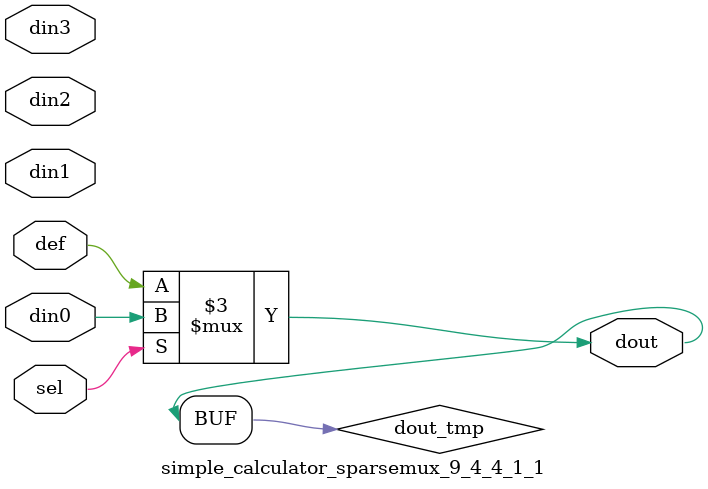
<source format=v>
`timescale 1ns / 1ps

module simple_calculator_sparsemux_9_4_4_1_1 (din0,din1,din2,din3,def,sel,dout);

parameter din0_WIDTH = 1;

parameter din1_WIDTH = 1;

parameter din2_WIDTH = 1;

parameter din3_WIDTH = 1;

parameter def_WIDTH = 1;
parameter sel_WIDTH = 1;
parameter dout_WIDTH = 1;

parameter [sel_WIDTH-1:0] CASE0 = 1;

parameter [sel_WIDTH-1:0] CASE1 = 1;

parameter [sel_WIDTH-1:0] CASE2 = 1;

parameter [sel_WIDTH-1:0] CASE3 = 1;

parameter ID = 1;
parameter NUM_STAGE = 1;



input [din0_WIDTH-1:0] din0;

input [din1_WIDTH-1:0] din1;

input [din2_WIDTH-1:0] din2;

input [din3_WIDTH-1:0] din3;

input [def_WIDTH-1:0] def;
input [sel_WIDTH-1:0] sel;

output [dout_WIDTH-1:0] dout;



reg [dout_WIDTH-1:0] dout_tmp;

always @ (*) begin
case (sel)
    
    CASE0 : dout_tmp = din0;
    
    CASE1 : dout_tmp = din1;
    
    CASE2 : dout_tmp = din2;
    
    CASE3 : dout_tmp = din3;
    
    default : dout_tmp = def;
endcase
end


assign dout = dout_tmp;



endmodule

</source>
